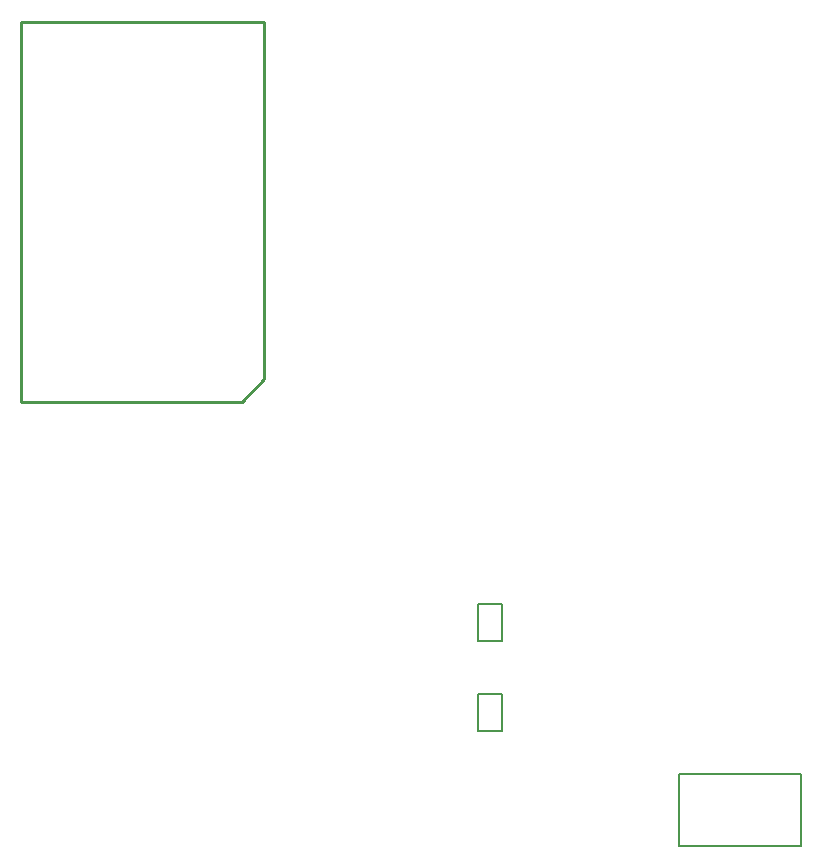
<source format=gbr>
%TF.GenerationSoftware,Altium Limited,Altium Designer,20.0.11 (256)*%
G04 Layer_Color=32896*
%FSLAX26Y26*%
%MOIN*%
%TF.FileFunction,Other,Top_Component_Outline*%
%TF.Part,Single*%
G01*
G75*
%TA.AperFunction,NonConductor*%
%ADD90C,0.010000*%
%ADD113C,0.006000*%
%ADD161C,0.005906*%
D90*
X1005000Y1650000D02*
Y2840000D01*
X930000Y1575000D02*
X1005000Y1650000D01*
X195000Y2840000D02*
X1005000D01*
X195000Y1575000D02*
X930000D01*
X195000D02*
Y2840000D01*
D113*
X2794996Y92441D02*
Y332441D01*
X2387996Y92441D02*
X2794996D01*
X2387996Y332441D02*
X2794996D01*
X2387996Y92441D02*
Y332441D01*
D161*
X1719016Y777913D02*
X1797913D01*
X1719016D02*
Y902087D01*
X1797913Y777913D02*
Y902087D01*
X1719016D02*
X1797913D01*
X1719016Y477913D02*
X1797913D01*
X1719016D02*
Y602087D01*
X1797913Y477913D02*
Y602087D01*
X1719016D02*
X1797913D01*
%TF.MD5,70dc82130d3d6872178b3867964b11fe*%
M02*

</source>
